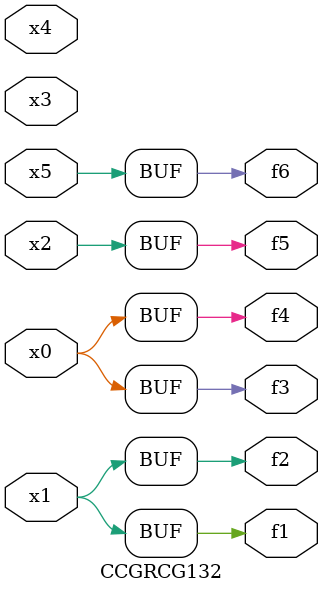
<source format=v>
module CCGRCG132(
	input x0, x1, x2, x3, x4, x5,
	output f1, f2, f3, f4, f5, f6
);
	assign f1 = x1;
	assign f2 = x1;
	assign f3 = x0;
	assign f4 = x0;
	assign f5 = x2;
	assign f6 = x5;
endmodule

</source>
